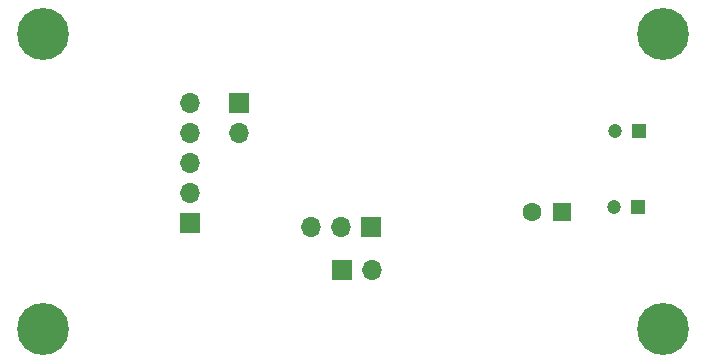
<source format=gbr>
%TF.GenerationSoftware,KiCad,Pcbnew,8.0.5*%
%TF.CreationDate,2025-04-25T02:38:47-05:00*%
%TF.ProjectId,327_project_pcb,3332375f-7072-46f6-9a65-63745f706362,rev?*%
%TF.SameCoordinates,Original*%
%TF.FileFunction,Soldermask,Bot*%
%TF.FilePolarity,Negative*%
%FSLAX46Y46*%
G04 Gerber Fmt 4.6, Leading zero omitted, Abs format (unit mm)*
G04 Created by KiCad (PCBNEW 8.0.5) date 2025-04-25 02:38:47*
%MOMM*%
%LPD*%
G01*
G04 APERTURE LIST*
%ADD10C,4.400000*%
%ADD11R,1.700000X1.700000*%
%ADD12O,1.700000X1.700000*%
%ADD13R,1.200000X1.200000*%
%ADD14C,1.200000*%
%ADD15R,1.600000X1.600000*%
%ADD16C,1.600000*%
G04 APERTURE END LIST*
D10*
%TO.C,REF\u002A\u002A*%
X165000000Y-115000000D03*
%TD*%
%TO.C,REF\u002A\u002A*%
X165000000Y-90000000D03*
%TD*%
%TO.C,REF\u002A\u002A*%
X217500000Y-90000000D03*
%TD*%
%TO.C,REF\u002A\u002A*%
X217500000Y-115000000D03*
%TD*%
D11*
%TO.C,J4*%
X192825000Y-106350000D03*
D12*
X190285000Y-106350000D03*
X187745000Y-106350000D03*
%TD*%
D11*
%TO.C,J3*%
X190350000Y-110000000D03*
D12*
X192890000Y-110000000D03*
%TD*%
D11*
%TO.C,J2*%
X177425000Y-106025000D03*
D12*
X177425000Y-103485000D03*
X177425000Y-100945000D03*
X177425000Y-98405000D03*
X177425000Y-95865000D03*
%TD*%
D11*
%TO.C,J1*%
X181650000Y-95850000D03*
D12*
X181650000Y-98390000D03*
%TD*%
D13*
%TO.C,C6*%
X215400000Y-104650000D03*
D14*
X213400000Y-104650000D03*
%TD*%
D13*
%TO.C,C5*%
X215450000Y-98250000D03*
D14*
X213450000Y-98250000D03*
%TD*%
D15*
%TO.C,C4*%
X208955113Y-105050000D03*
D16*
X206455113Y-105050000D03*
%TD*%
M02*

</source>
